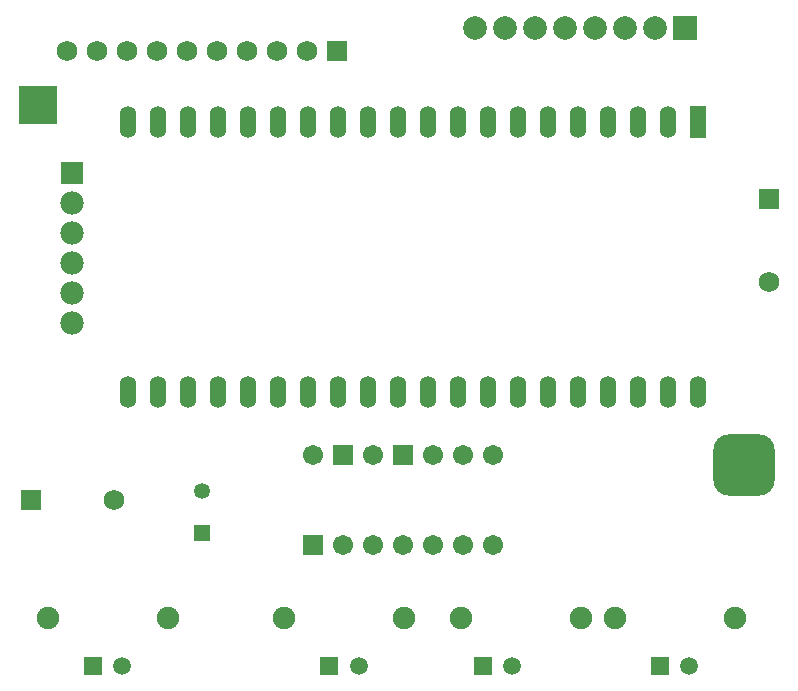
<source format=gts>
G04 Layer_Color=20142*
%FSLAX25Y25*%
%MOIN*%
G70*
G01*
G75*
%ADD37R,0.12611X0.12611*%
G04:AMPARAMS|DCode=38|XSize=204.85mil|YSize=204.85mil|CornerRadius=53.21mil|HoleSize=0mil|Usage=FLASHONLY|Rotation=0.000|XOffset=0mil|YOffset=0mil|HoleType=Round|Shape=RoundedRectangle|*
%AMROUNDEDRECTD38*
21,1,0.20485,0.09843,0,0,0.0*
21,1,0.09843,0.20485,0,0,0.0*
1,1,0.10642,0.04921,-0.04921*
1,1,0.10642,-0.04921,-0.04921*
1,1,0.10642,-0.04921,0.04921*
1,1,0.10642,0.04921,0.04921*
%
%ADD38ROUNDEDRECTD38*%
%ADD39C,0.05918*%
%ADD40R,0.05918X0.05918*%
%ADD41C,0.07800*%
%ADD42R,0.07800X0.07800*%
%ADD43C,0.07493*%
%ADD44R,0.07887X0.07887*%
%ADD45C,0.07887*%
%ADD46C,0.06902*%
%ADD47R,0.06902X0.06902*%
%ADD48C,0.06800*%
%ADD49R,0.06800X0.06800*%
%ADD50R,0.05524X0.10642*%
%ADD51O,0.05524X0.10642*%
%ADD52R,0.06706X0.06706*%
%ADD53C,0.06706*%
%ADD54C,0.05300*%
%ADD55R,0.05300X0.05300*%
%ADD56R,0.06800X0.06800*%
D37*
X71260Y320866D02*
D03*
D38*
X306693Y200787D02*
D03*
D39*
X288386Y133858D02*
D03*
X229331D02*
D03*
X178150D02*
D03*
X99410D02*
D03*
D40*
X278543D02*
D03*
X219488D02*
D03*
X168307D02*
D03*
X89567D02*
D03*
D41*
X82677Y288032D02*
D03*
Y278032D02*
D03*
Y268032D02*
D03*
Y248032D02*
D03*
Y258032D02*
D03*
D42*
Y298032D02*
D03*
D43*
X153228Y149606D02*
D03*
X193228D02*
D03*
X114488D02*
D03*
X74488D02*
D03*
X212283D02*
D03*
X252283D02*
D03*
X303465Y149606D02*
D03*
X263465D02*
D03*
D44*
X286969Y346457D02*
D03*
D45*
X276969D02*
D03*
X266969D02*
D03*
X256969D02*
D03*
X246969D02*
D03*
X236969D02*
D03*
X226969D02*
D03*
X216969D02*
D03*
D46*
X80984Y338583D02*
D03*
X90984D02*
D03*
X100984D02*
D03*
X110984D02*
D03*
X120984D02*
D03*
X130984D02*
D03*
X140984D02*
D03*
X150984D02*
D03*
X160984D02*
D03*
D47*
X170984D02*
D03*
D48*
X314961Y261811D02*
D03*
X96457Y188976D02*
D03*
D49*
X314961Y289370D02*
D03*
D50*
X291339Y314961D02*
D03*
D51*
X281339D02*
D03*
X271339D02*
D03*
X261339D02*
D03*
X251339D02*
D03*
X241339D02*
D03*
X231339D02*
D03*
X221339D02*
D03*
X211339D02*
D03*
X201339D02*
D03*
X191339D02*
D03*
X181339D02*
D03*
X171339D02*
D03*
X161339D02*
D03*
X151339D02*
D03*
X141339D02*
D03*
X131339D02*
D03*
X121339D02*
D03*
X111339D02*
D03*
X101339D02*
D03*
X291339Y224961D02*
D03*
X281339D02*
D03*
X271339D02*
D03*
X261339D02*
D03*
X251339D02*
D03*
X241339D02*
D03*
X231339D02*
D03*
X221339D02*
D03*
X211339D02*
D03*
X201339D02*
D03*
X191339D02*
D03*
X181339D02*
D03*
X171339D02*
D03*
X161339D02*
D03*
X151339D02*
D03*
X141339D02*
D03*
X131339D02*
D03*
X121339D02*
D03*
X111339D02*
D03*
X101339D02*
D03*
D52*
X162913Y173976D02*
D03*
X172913Y203976D02*
D03*
X192913D02*
D03*
D53*
X172913Y173976D02*
D03*
X182913D02*
D03*
X192913D02*
D03*
X202913D02*
D03*
X212913D02*
D03*
X222913D02*
D03*
X162913Y203976D02*
D03*
X182913D02*
D03*
X202913D02*
D03*
X212913D02*
D03*
X222913D02*
D03*
D54*
X125984Y192039D02*
D03*
D55*
Y178039D02*
D03*
D56*
X68898Y188976D02*
D03*
M02*

</source>
